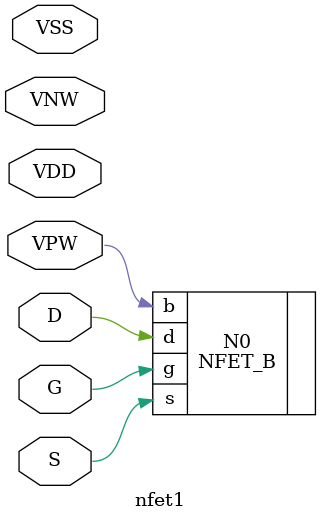
<source format=v>


module nfet1 ( D, G, S, VDD, VNW, VPW, VSS );

  inout VNW;
  inout S;
  inout VDD;
  inout VSS;
  inout G;
  inout D;
  inout VPW;
specify 
    specparam CDS_LIBNAME  = "RAIL12";
    specparam CDS_CELLNAME = "nfet1";
    specparam CDS_VIEWNAME = "schematic";
endspecify

NFET_B  N0 ( .b(VPW), .s(S), .g(G), .d(D));
endmodule

</source>
